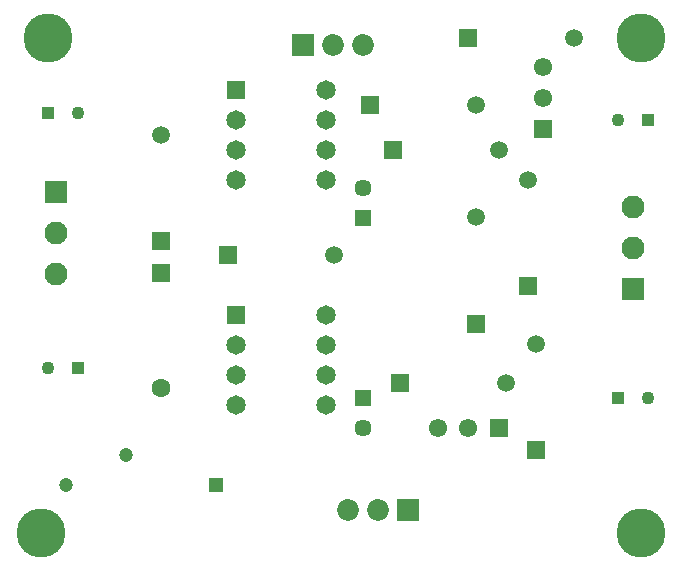
<source format=gbr>
G04*
G04 #@! TF.GenerationSoftware,Altium Limited,Altium Designer,22.11.1 (43)*
G04*
G04 Layer_Color=8388736*
%FSLAX25Y25*%
%MOIN*%
G70*
G04*
G04 #@! TF.SameCoordinates,84F98C38-DC33-4437-A3FD-EC943A21A0DE*
G04*
G04*
G04 #@! TF.FilePolarity,Negative*
G04*
G01*
G75*
%ADD15R,0.06102X0.06102*%
%ADD16C,0.06102*%
%ADD17R,0.06102X0.06102*%
%ADD18R,0.07284X0.07284*%
%ADD19C,0.07284*%
%ADD20C,0.05709*%
%ADD21R,0.05709X0.05709*%
%ADD22C,0.16339*%
%ADD23C,0.05906*%
%ADD24R,0.05906X0.05906*%
%ADD25C,0.04331*%
%ADD26R,0.04331X0.04331*%
%ADD27R,0.04724X0.04724*%
%ADD28C,0.04724*%
%ADD29R,0.06496X0.06496*%
%ADD30C,0.06496*%
%ADD31R,0.05906X0.05906*%
%ADD32C,0.06299*%
%ADD33R,0.06299X0.06299*%
%ADD34C,0.07677*%
%ADD35R,0.07677X0.07677*%
D15*
X167736Y50000D02*
D03*
D16*
X147264D02*
D03*
X157500D02*
D03*
X182500Y170236D02*
D03*
Y160000D02*
D03*
D17*
Y149764D02*
D03*
D18*
X137500Y22500D02*
D03*
X102500Y177500D02*
D03*
D19*
X127500Y22500D02*
D03*
X117500D02*
D03*
X122500Y177500D02*
D03*
X112500D02*
D03*
D20*
X122500Y130000D02*
D03*
Y50000D02*
D03*
D21*
Y120000D02*
D03*
Y60000D02*
D03*
D22*
X15000Y15000D02*
D03*
X215000D02*
D03*
Y180000D02*
D03*
X17500D02*
D03*
D23*
X180000Y77933D02*
D03*
X192717Y180000D02*
D03*
X55000Y147716D02*
D03*
X160216Y157500D02*
D03*
X167717Y142500D02*
D03*
X112716Y107500D02*
D03*
X177500Y132717D02*
D03*
X160000Y120217D02*
D03*
X170217Y65000D02*
D03*
D24*
X180000Y42500D02*
D03*
X55000Y112284D02*
D03*
X177500Y97284D02*
D03*
X160000Y84784D02*
D03*
D25*
X217421Y60000D02*
D03*
X17579Y70000D02*
D03*
X27343Y155000D02*
D03*
X207579Y152500D02*
D03*
D26*
Y60000D02*
D03*
X27421Y70000D02*
D03*
X17500Y155000D02*
D03*
X217421Y152500D02*
D03*
D27*
X73484Y31004D02*
D03*
D28*
X43484Y41004D02*
D03*
X23484Y31004D02*
D03*
D29*
X80000Y162500D02*
D03*
Y87500D02*
D03*
D30*
Y152500D02*
D03*
Y142500D02*
D03*
Y132500D02*
D03*
X110000Y162500D02*
D03*
Y152500D02*
D03*
Y142500D02*
D03*
Y132500D02*
D03*
X80000Y77500D02*
D03*
Y67500D02*
D03*
Y57500D02*
D03*
X110000Y87500D02*
D03*
Y77500D02*
D03*
Y67500D02*
D03*
Y57500D02*
D03*
D31*
X157283Y180000D02*
D03*
X124784Y157500D02*
D03*
X132283Y142500D02*
D03*
X77284Y107500D02*
D03*
X134783Y65000D02*
D03*
D32*
X55000Y63256D02*
D03*
D33*
Y101744D02*
D03*
D34*
X212500Y110000D02*
D03*
Y123779D02*
D03*
X20000Y115000D02*
D03*
Y101221D02*
D03*
D35*
X212500Y96220D02*
D03*
X20000Y128779D02*
D03*
M02*

</source>
